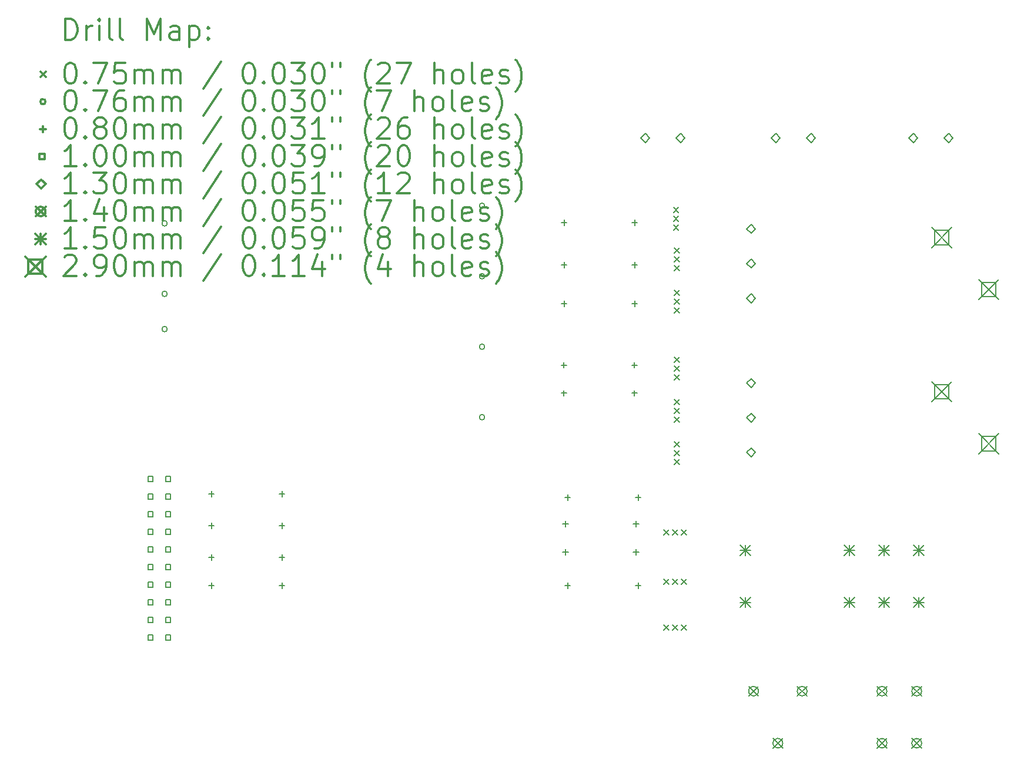
<source format=gbr>
%FSLAX45Y45*%
G04 Gerber Fmt 4.5, Leading zero omitted, Abs format (unit mm)*
G04 Created by KiCad (PCBNEW (5.1.6)-1) date 2021-11-08 17:04:52*
%MOMM*%
%LPD*%
G01*
G04 APERTURE LIST*
%ADD10C,0.200000*%
%ADD11C,0.300000*%
G04 APERTURE END LIST*
D10*
X8903300Y-8903300D02*
X8978300Y-8978300D01*
X8978300Y-8903300D02*
X8903300Y-8978300D01*
X9030300Y-8903300D02*
X9105300Y-8978300D01*
X9105300Y-8903300D02*
X9030300Y-8978300D01*
X9157300Y-8903300D02*
X9232300Y-8978300D01*
X9232300Y-8903300D02*
X9157300Y-8978300D01*
X8903300Y-8242900D02*
X8978300Y-8317900D01*
X8978300Y-8242900D02*
X8903300Y-8317900D01*
X9030300Y-8242900D02*
X9105300Y-8317900D01*
X9105300Y-8242900D02*
X9030300Y-8317900D01*
X9157300Y-8242900D02*
X9232300Y-8317900D01*
X9232300Y-8242900D02*
X9157300Y-8317900D01*
X8903300Y-7531700D02*
X8978300Y-7606700D01*
X8978300Y-7531700D02*
X8903300Y-7606700D01*
X9030300Y-7531700D02*
X9105300Y-7606700D01*
X9105300Y-7531700D02*
X9030300Y-7606700D01*
X9157300Y-7531700D02*
X9232300Y-7606700D01*
X9232300Y-7531700D02*
X9157300Y-7606700D01*
X9055700Y-6261700D02*
X9130700Y-6336700D01*
X9130700Y-6261700D02*
X9055700Y-6336700D01*
X9055700Y-6388700D02*
X9130700Y-6463700D01*
X9130700Y-6388700D02*
X9055700Y-6463700D01*
X9055700Y-6515700D02*
X9130700Y-6590700D01*
X9130700Y-6515700D02*
X9055700Y-6590700D01*
X9043000Y-2883500D02*
X9118000Y-2958500D01*
X9118000Y-2883500D02*
X9043000Y-2958500D01*
X9043000Y-3010500D02*
X9118000Y-3085500D01*
X9118000Y-3010500D02*
X9043000Y-3085500D01*
X9043000Y-3137500D02*
X9118000Y-3212500D01*
X9118000Y-3137500D02*
X9043000Y-3212500D01*
X9055700Y-5042500D02*
X9130700Y-5117500D01*
X9130700Y-5042500D02*
X9055700Y-5117500D01*
X9055700Y-5169500D02*
X9130700Y-5244500D01*
X9130700Y-5169500D02*
X9055700Y-5244500D01*
X9055700Y-5296500D02*
X9130700Y-5371500D01*
X9130700Y-5296500D02*
X9055700Y-5371500D01*
X9055700Y-4077300D02*
X9130700Y-4152300D01*
X9130700Y-4077300D02*
X9055700Y-4152300D01*
X9055700Y-4204300D02*
X9130700Y-4279300D01*
X9130700Y-4204300D02*
X9055700Y-4279300D01*
X9055700Y-4331300D02*
X9130700Y-4406300D01*
X9130700Y-4331300D02*
X9055700Y-4406300D01*
X9055700Y-3467700D02*
X9130700Y-3542700D01*
X9130700Y-3467700D02*
X9055700Y-3542700D01*
X9055700Y-3594700D02*
X9130700Y-3669700D01*
X9130700Y-3594700D02*
X9055700Y-3669700D01*
X9055700Y-3721700D02*
X9130700Y-3796700D01*
X9130700Y-3721700D02*
X9055700Y-3796700D01*
X9055700Y-5652100D02*
X9130700Y-5727100D01*
X9130700Y-5652100D02*
X9055700Y-5727100D01*
X9055700Y-5779100D02*
X9130700Y-5854100D01*
X9130700Y-5779100D02*
X9055700Y-5854100D01*
X9055700Y-5906100D02*
X9130700Y-5981100D01*
X9130700Y-5906100D02*
X9055700Y-5981100D01*
X1752600Y-3111500D02*
G75*
G03*
X1752600Y-3111500I-38100J0D01*
G01*
X1752600Y-4127500D02*
G75*
G03*
X1752600Y-4127500I-38100J0D01*
G01*
X1752600Y-4635500D02*
G75*
G03*
X1752600Y-4635500I-38100J0D01*
G01*
X6324600Y-2857500D02*
G75*
G03*
X6324600Y-2857500I-38100J0D01*
G01*
X6324600Y-3873500D02*
G75*
G03*
X6324600Y-3873500I-38100J0D01*
G01*
X6324600Y-4889500D02*
G75*
G03*
X6324600Y-4889500I-38100J0D01*
G01*
X6324600Y-5905500D02*
G75*
G03*
X6324600Y-5905500I-38100J0D01*
G01*
X2387600Y-7427600D02*
X2387600Y-7507600D01*
X2347600Y-7467600D02*
X2427600Y-7467600D01*
X3403600Y-7427600D02*
X3403600Y-7507600D01*
X3363600Y-7467600D02*
X3443600Y-7467600D01*
X7518400Y-7021200D02*
X7518400Y-7101200D01*
X7478400Y-7061200D02*
X7558400Y-7061200D01*
X8534400Y-7021200D02*
X8534400Y-7101200D01*
X8494400Y-7061200D02*
X8574400Y-7061200D01*
X7467600Y-4227200D02*
X7467600Y-4307200D01*
X7427600Y-4267200D02*
X7507600Y-4267200D01*
X8483600Y-4227200D02*
X8483600Y-4307200D01*
X8443600Y-4267200D02*
X8523600Y-4267200D01*
X7489000Y-7404800D02*
X7489000Y-7484800D01*
X7449000Y-7444800D02*
X7529000Y-7444800D01*
X8505000Y-7404800D02*
X8505000Y-7484800D01*
X8465000Y-7444800D02*
X8545000Y-7444800D01*
X7467600Y-3058800D02*
X7467600Y-3138800D01*
X7427600Y-3098800D02*
X7507600Y-3098800D01*
X8483600Y-3058800D02*
X8483600Y-3138800D01*
X8443600Y-3098800D02*
X8523600Y-3098800D01*
X2387600Y-6970400D02*
X2387600Y-7050400D01*
X2347600Y-7010400D02*
X2427600Y-7010400D01*
X3403600Y-6970400D02*
X3403600Y-7050400D01*
X3363600Y-7010400D02*
X3443600Y-7010400D01*
X7518400Y-8291200D02*
X7518400Y-8371200D01*
X7478400Y-8331200D02*
X7558400Y-8331200D01*
X8534400Y-8291200D02*
X8534400Y-8371200D01*
X8494400Y-8331200D02*
X8574400Y-8331200D01*
X2387600Y-7884800D02*
X2387600Y-7964800D01*
X2347600Y-7924800D02*
X2427600Y-7924800D01*
X3403600Y-7884800D02*
X3403600Y-7964800D01*
X3363600Y-7924800D02*
X3443600Y-7924800D01*
X2387600Y-8291200D02*
X2387600Y-8371200D01*
X2347600Y-8331200D02*
X2427600Y-8331200D01*
X3403600Y-8291200D02*
X3403600Y-8371200D01*
X3363600Y-8331200D02*
X3443600Y-8331200D01*
X7467600Y-3668400D02*
X7467600Y-3748400D01*
X7427600Y-3708400D02*
X7507600Y-3708400D01*
X8483600Y-3668400D02*
X8483600Y-3748400D01*
X8443600Y-3708400D02*
X8523600Y-3708400D01*
X7489000Y-7809800D02*
X7489000Y-7889800D01*
X7449000Y-7849800D02*
X7529000Y-7849800D01*
X8505000Y-7809800D02*
X8505000Y-7889800D01*
X8465000Y-7849800D02*
X8545000Y-7849800D01*
X7467400Y-5114400D02*
X7467400Y-5194400D01*
X7427400Y-5154400D02*
X7507400Y-5154400D01*
X8483400Y-5114400D02*
X8483400Y-5194400D01*
X8443400Y-5154400D02*
X8523400Y-5154400D01*
X7467400Y-5519400D02*
X7467400Y-5599400D01*
X7427400Y-5559400D02*
X7507400Y-5559400D01*
X8483400Y-5519400D02*
X8483400Y-5599400D01*
X8443400Y-5559400D02*
X8523400Y-5559400D01*
X1546656Y-6829856D02*
X1546656Y-6759144D01*
X1475944Y-6759144D01*
X1475944Y-6829856D01*
X1546656Y-6829856D01*
X1546656Y-7083856D02*
X1546656Y-7013144D01*
X1475944Y-7013144D01*
X1475944Y-7083856D01*
X1546656Y-7083856D01*
X1546656Y-7337856D02*
X1546656Y-7267144D01*
X1475944Y-7267144D01*
X1475944Y-7337856D01*
X1546656Y-7337856D01*
X1546656Y-7591856D02*
X1546656Y-7521144D01*
X1475944Y-7521144D01*
X1475944Y-7591856D01*
X1546656Y-7591856D01*
X1546656Y-7845856D02*
X1546656Y-7775144D01*
X1475944Y-7775144D01*
X1475944Y-7845856D01*
X1546656Y-7845856D01*
X1546656Y-8099856D02*
X1546656Y-8029144D01*
X1475944Y-8029144D01*
X1475944Y-8099856D01*
X1546656Y-8099856D01*
X1546656Y-8353856D02*
X1546656Y-8283144D01*
X1475944Y-8283144D01*
X1475944Y-8353856D01*
X1546656Y-8353856D01*
X1546656Y-8607856D02*
X1546656Y-8537144D01*
X1475944Y-8537144D01*
X1475944Y-8607856D01*
X1546656Y-8607856D01*
X1546656Y-8861856D02*
X1546656Y-8791144D01*
X1475944Y-8791144D01*
X1475944Y-8861856D01*
X1546656Y-8861856D01*
X1546656Y-9115856D02*
X1546656Y-9045144D01*
X1475944Y-9045144D01*
X1475944Y-9115856D01*
X1546656Y-9115856D01*
X1800656Y-6829856D02*
X1800656Y-6759144D01*
X1729944Y-6759144D01*
X1729944Y-6829856D01*
X1800656Y-6829856D01*
X1800656Y-7083856D02*
X1800656Y-7013144D01*
X1729944Y-7013144D01*
X1729944Y-7083856D01*
X1800656Y-7083856D01*
X1800656Y-7337856D02*
X1800656Y-7267144D01*
X1729944Y-7267144D01*
X1729944Y-7337856D01*
X1800656Y-7337856D01*
X1800656Y-7591856D02*
X1800656Y-7521144D01*
X1729944Y-7521144D01*
X1729944Y-7591856D01*
X1800656Y-7591856D01*
X1800656Y-7845856D02*
X1800656Y-7775144D01*
X1729944Y-7775144D01*
X1729944Y-7845856D01*
X1800656Y-7845856D01*
X1800656Y-8099856D02*
X1800656Y-8029144D01*
X1729944Y-8029144D01*
X1729944Y-8099856D01*
X1800656Y-8099856D01*
X1800656Y-8353856D02*
X1800656Y-8283144D01*
X1729944Y-8283144D01*
X1729944Y-8353856D01*
X1800656Y-8353856D01*
X1800656Y-8607856D02*
X1800656Y-8537144D01*
X1729944Y-8537144D01*
X1729944Y-8607856D01*
X1800656Y-8607856D01*
X1800656Y-8861856D02*
X1800656Y-8791144D01*
X1729944Y-8791144D01*
X1729944Y-8861856D01*
X1800656Y-8861856D01*
X1800656Y-9115856D02*
X1800656Y-9045144D01*
X1729944Y-9045144D01*
X1729944Y-9115856D01*
X1800656Y-9115856D01*
X10515600Y-1944600D02*
X10580600Y-1879600D01*
X10515600Y-1814600D01*
X10450600Y-1879600D01*
X10515600Y-1944600D01*
X11023600Y-1944600D02*
X11088600Y-1879600D01*
X11023600Y-1814600D01*
X10958600Y-1879600D01*
X11023600Y-1944600D01*
X8636000Y-1944600D02*
X8701000Y-1879600D01*
X8636000Y-1814600D01*
X8571000Y-1879600D01*
X8636000Y-1944600D01*
X9144000Y-1944600D02*
X9209000Y-1879600D01*
X9144000Y-1814600D01*
X9079000Y-1879600D01*
X9144000Y-1944600D01*
X10160000Y-5478500D02*
X10225000Y-5413500D01*
X10160000Y-5348500D01*
X10095000Y-5413500D01*
X10160000Y-5478500D01*
X10160000Y-5978500D02*
X10225000Y-5913500D01*
X10160000Y-5848500D01*
X10095000Y-5913500D01*
X10160000Y-5978500D01*
X10160000Y-6478500D02*
X10225000Y-6413500D01*
X10160000Y-6348500D01*
X10095000Y-6413500D01*
X10160000Y-6478500D01*
X10160000Y-3256000D02*
X10225000Y-3191000D01*
X10160000Y-3126000D01*
X10095000Y-3191000D01*
X10160000Y-3256000D01*
X10160000Y-3756000D02*
X10225000Y-3691000D01*
X10160000Y-3626000D01*
X10095000Y-3691000D01*
X10160000Y-3756000D01*
X10160000Y-4256000D02*
X10225000Y-4191000D01*
X10160000Y-4126000D01*
X10095000Y-4191000D01*
X10160000Y-4256000D01*
X12496800Y-1944600D02*
X12561800Y-1879600D01*
X12496800Y-1814600D01*
X12431800Y-1879600D01*
X12496800Y-1944600D01*
X13004800Y-1944600D02*
X13069800Y-1879600D01*
X13004800Y-1814600D01*
X12939800Y-1879600D01*
X13004800Y-1944600D01*
X10127600Y-9785200D02*
X10267600Y-9925200D01*
X10267600Y-9785200D02*
X10127600Y-9925200D01*
X10267600Y-9855200D02*
G75*
G03*
X10267600Y-9855200I-70000J0D01*
G01*
X10477600Y-10535200D02*
X10617600Y-10675200D01*
X10617600Y-10535200D02*
X10477600Y-10675200D01*
X10617600Y-10605200D02*
G75*
G03*
X10617600Y-10605200I-70000J0D01*
G01*
X10827600Y-9785200D02*
X10967600Y-9925200D01*
X10967600Y-9785200D02*
X10827600Y-9925200D01*
X10967600Y-9855200D02*
G75*
G03*
X10967600Y-9855200I-70000J0D01*
G01*
X11977600Y-9785200D02*
X12117600Y-9925200D01*
X12117600Y-9785200D02*
X11977600Y-9925200D01*
X12117600Y-9855200D02*
G75*
G03*
X12117600Y-9855200I-70000J0D01*
G01*
X11977600Y-10535200D02*
X12117600Y-10675200D01*
X12117600Y-10535200D02*
X11977600Y-10675200D01*
X12117600Y-10605200D02*
G75*
G03*
X12117600Y-10605200I-70000J0D01*
G01*
X12477600Y-9785200D02*
X12617600Y-9925200D01*
X12617600Y-9785200D02*
X12477600Y-9925200D01*
X12617600Y-9855200D02*
G75*
G03*
X12617600Y-9855200I-70000J0D01*
G01*
X12477600Y-10535200D02*
X12617600Y-10675200D01*
X12617600Y-10535200D02*
X12477600Y-10675200D01*
X12617600Y-10605200D02*
G75*
G03*
X12617600Y-10605200I-70000J0D01*
G01*
X10003400Y-7749600D02*
X10153400Y-7899600D01*
X10153400Y-7749600D02*
X10003400Y-7899600D01*
X10078400Y-7749600D02*
X10078400Y-7899600D01*
X10003400Y-7824600D02*
X10153400Y-7824600D01*
X10003400Y-8499600D02*
X10153400Y-8649600D01*
X10153400Y-8499600D02*
X10003400Y-8649600D01*
X10078400Y-8499600D02*
X10078400Y-8649600D01*
X10003400Y-8574600D02*
X10153400Y-8574600D01*
X11503400Y-7749600D02*
X11653400Y-7899600D01*
X11653400Y-7749600D02*
X11503400Y-7899600D01*
X11578400Y-7749600D02*
X11578400Y-7899600D01*
X11503400Y-7824600D02*
X11653400Y-7824600D01*
X11503400Y-8499600D02*
X11653400Y-8649600D01*
X11653400Y-8499600D02*
X11503400Y-8649600D01*
X11578400Y-8499600D02*
X11578400Y-8649600D01*
X11503400Y-8574600D02*
X11653400Y-8574600D01*
X12003400Y-7749600D02*
X12153400Y-7899600D01*
X12153400Y-7749600D02*
X12003400Y-7899600D01*
X12078400Y-7749600D02*
X12078400Y-7899600D01*
X12003400Y-7824600D02*
X12153400Y-7824600D01*
X12003400Y-8499600D02*
X12153400Y-8649600D01*
X12153400Y-8499600D02*
X12003400Y-8649600D01*
X12078400Y-8499600D02*
X12078400Y-8649600D01*
X12003400Y-8574600D02*
X12153400Y-8574600D01*
X12503400Y-7749600D02*
X12653400Y-7899600D01*
X12653400Y-7749600D02*
X12503400Y-7899600D01*
X12578400Y-7749600D02*
X12578400Y-7899600D01*
X12503400Y-7824600D02*
X12653400Y-7824600D01*
X12503400Y-8499600D02*
X12653400Y-8649600D01*
X12653400Y-8499600D02*
X12503400Y-8649600D01*
X12578400Y-8499600D02*
X12578400Y-8649600D01*
X12503400Y-8574600D02*
X12653400Y-8574600D01*
X12765000Y-5393500D02*
X13055000Y-5683500D01*
X13055000Y-5393500D02*
X12765000Y-5683500D01*
X13012531Y-5641031D02*
X13012531Y-5435969D01*
X12807468Y-5435969D01*
X12807468Y-5641031D01*
X13012531Y-5641031D01*
X13440000Y-6143500D02*
X13730000Y-6433500D01*
X13730000Y-6143500D02*
X13440000Y-6433500D01*
X13687531Y-6391031D02*
X13687531Y-6185968D01*
X13482468Y-6185968D01*
X13482468Y-6391031D01*
X13687531Y-6391031D01*
X12765000Y-3171000D02*
X13055000Y-3461000D01*
X13055000Y-3171000D02*
X12765000Y-3461000D01*
X13012531Y-3418531D02*
X13012531Y-3213468D01*
X12807468Y-3213468D01*
X12807468Y-3418531D01*
X13012531Y-3418531D01*
X13440000Y-3921000D02*
X13730000Y-4211000D01*
X13730000Y-3921000D02*
X13440000Y-4211000D01*
X13687531Y-4168531D02*
X13687531Y-3963468D01*
X13482468Y-3963468D01*
X13482468Y-4168531D01*
X13687531Y-4168531D01*
D11*
X286429Y-465714D02*
X286429Y-165714D01*
X357857Y-165714D01*
X400714Y-180000D01*
X429286Y-208571D01*
X443571Y-237143D01*
X457857Y-294286D01*
X457857Y-337143D01*
X443571Y-394286D01*
X429286Y-422857D01*
X400714Y-451428D01*
X357857Y-465714D01*
X286429Y-465714D01*
X586429Y-465714D02*
X586429Y-265714D01*
X586429Y-322857D02*
X600714Y-294286D01*
X615000Y-280000D01*
X643571Y-265714D01*
X672143Y-265714D01*
X772143Y-465714D02*
X772143Y-265714D01*
X772143Y-165714D02*
X757857Y-180000D01*
X772143Y-194286D01*
X786428Y-180000D01*
X772143Y-165714D01*
X772143Y-194286D01*
X957857Y-465714D02*
X929286Y-451428D01*
X915000Y-422857D01*
X915000Y-165714D01*
X1115000Y-465714D02*
X1086429Y-451428D01*
X1072143Y-422857D01*
X1072143Y-165714D01*
X1457857Y-465714D02*
X1457857Y-165714D01*
X1557857Y-380000D01*
X1657857Y-165714D01*
X1657857Y-465714D01*
X1929286Y-465714D02*
X1929286Y-308571D01*
X1915000Y-280000D01*
X1886428Y-265714D01*
X1829286Y-265714D01*
X1800714Y-280000D01*
X1929286Y-451428D02*
X1900714Y-465714D01*
X1829286Y-465714D01*
X1800714Y-451428D01*
X1786428Y-422857D01*
X1786428Y-394286D01*
X1800714Y-365714D01*
X1829286Y-351428D01*
X1900714Y-351428D01*
X1929286Y-337143D01*
X2072143Y-265714D02*
X2072143Y-565714D01*
X2072143Y-280000D02*
X2100714Y-265714D01*
X2157857Y-265714D01*
X2186429Y-280000D01*
X2200714Y-294286D01*
X2215000Y-322857D01*
X2215000Y-408571D01*
X2200714Y-437143D01*
X2186429Y-451428D01*
X2157857Y-465714D01*
X2100714Y-465714D01*
X2072143Y-451428D01*
X2343571Y-437143D02*
X2357857Y-451428D01*
X2343571Y-465714D01*
X2329286Y-451428D01*
X2343571Y-437143D01*
X2343571Y-465714D01*
X2343571Y-280000D02*
X2357857Y-294286D01*
X2343571Y-308571D01*
X2329286Y-294286D01*
X2343571Y-280000D01*
X2343571Y-308571D01*
X-75000Y-922500D02*
X0Y-997500D01*
X0Y-922500D02*
X-75000Y-997500D01*
X343571Y-795714D02*
X372143Y-795714D01*
X400714Y-810000D01*
X415000Y-824286D01*
X429286Y-852857D01*
X443571Y-910000D01*
X443571Y-981428D01*
X429286Y-1038571D01*
X415000Y-1067143D01*
X400714Y-1081429D01*
X372143Y-1095714D01*
X343571Y-1095714D01*
X315000Y-1081429D01*
X300714Y-1067143D01*
X286429Y-1038571D01*
X272143Y-981428D01*
X272143Y-910000D01*
X286429Y-852857D01*
X300714Y-824286D01*
X315000Y-810000D01*
X343571Y-795714D01*
X572143Y-1067143D02*
X586429Y-1081429D01*
X572143Y-1095714D01*
X557857Y-1081429D01*
X572143Y-1067143D01*
X572143Y-1095714D01*
X686429Y-795714D02*
X886428Y-795714D01*
X757857Y-1095714D01*
X1143571Y-795714D02*
X1000714Y-795714D01*
X986428Y-938571D01*
X1000714Y-924286D01*
X1029286Y-910000D01*
X1100714Y-910000D01*
X1129286Y-924286D01*
X1143571Y-938571D01*
X1157857Y-967143D01*
X1157857Y-1038571D01*
X1143571Y-1067143D01*
X1129286Y-1081429D01*
X1100714Y-1095714D01*
X1029286Y-1095714D01*
X1000714Y-1081429D01*
X986428Y-1067143D01*
X1286429Y-1095714D02*
X1286429Y-895714D01*
X1286429Y-924286D02*
X1300714Y-910000D01*
X1329286Y-895714D01*
X1372143Y-895714D01*
X1400714Y-910000D01*
X1415000Y-938571D01*
X1415000Y-1095714D01*
X1415000Y-938571D02*
X1429286Y-910000D01*
X1457857Y-895714D01*
X1500714Y-895714D01*
X1529286Y-910000D01*
X1543571Y-938571D01*
X1543571Y-1095714D01*
X1686428Y-1095714D02*
X1686428Y-895714D01*
X1686428Y-924286D02*
X1700714Y-910000D01*
X1729286Y-895714D01*
X1772143Y-895714D01*
X1800714Y-910000D01*
X1815000Y-938571D01*
X1815000Y-1095714D01*
X1815000Y-938571D02*
X1829286Y-910000D01*
X1857857Y-895714D01*
X1900714Y-895714D01*
X1929286Y-910000D01*
X1943571Y-938571D01*
X1943571Y-1095714D01*
X2529286Y-781428D02*
X2272143Y-1167143D01*
X2915000Y-795714D02*
X2943571Y-795714D01*
X2972143Y-810000D01*
X2986428Y-824286D01*
X3000714Y-852857D01*
X3015000Y-910000D01*
X3015000Y-981428D01*
X3000714Y-1038571D01*
X2986428Y-1067143D01*
X2972143Y-1081429D01*
X2943571Y-1095714D01*
X2915000Y-1095714D01*
X2886428Y-1081429D01*
X2872143Y-1067143D01*
X2857857Y-1038571D01*
X2843571Y-981428D01*
X2843571Y-910000D01*
X2857857Y-852857D01*
X2872143Y-824286D01*
X2886428Y-810000D01*
X2915000Y-795714D01*
X3143571Y-1067143D02*
X3157857Y-1081429D01*
X3143571Y-1095714D01*
X3129286Y-1081429D01*
X3143571Y-1067143D01*
X3143571Y-1095714D01*
X3343571Y-795714D02*
X3372143Y-795714D01*
X3400714Y-810000D01*
X3415000Y-824286D01*
X3429286Y-852857D01*
X3443571Y-910000D01*
X3443571Y-981428D01*
X3429286Y-1038571D01*
X3415000Y-1067143D01*
X3400714Y-1081429D01*
X3372143Y-1095714D01*
X3343571Y-1095714D01*
X3315000Y-1081429D01*
X3300714Y-1067143D01*
X3286428Y-1038571D01*
X3272143Y-981428D01*
X3272143Y-910000D01*
X3286428Y-852857D01*
X3300714Y-824286D01*
X3315000Y-810000D01*
X3343571Y-795714D01*
X3543571Y-795714D02*
X3729286Y-795714D01*
X3629286Y-910000D01*
X3672143Y-910000D01*
X3700714Y-924286D01*
X3715000Y-938571D01*
X3729286Y-967143D01*
X3729286Y-1038571D01*
X3715000Y-1067143D01*
X3700714Y-1081429D01*
X3672143Y-1095714D01*
X3586428Y-1095714D01*
X3557857Y-1081429D01*
X3543571Y-1067143D01*
X3915000Y-795714D02*
X3943571Y-795714D01*
X3972143Y-810000D01*
X3986428Y-824286D01*
X4000714Y-852857D01*
X4015000Y-910000D01*
X4015000Y-981428D01*
X4000714Y-1038571D01*
X3986428Y-1067143D01*
X3972143Y-1081429D01*
X3943571Y-1095714D01*
X3915000Y-1095714D01*
X3886428Y-1081429D01*
X3872143Y-1067143D01*
X3857857Y-1038571D01*
X3843571Y-981428D01*
X3843571Y-910000D01*
X3857857Y-852857D01*
X3872143Y-824286D01*
X3886428Y-810000D01*
X3915000Y-795714D01*
X4129286Y-795714D02*
X4129286Y-852857D01*
X4243571Y-795714D02*
X4243571Y-852857D01*
X4686429Y-1210000D02*
X4672143Y-1195714D01*
X4643571Y-1152857D01*
X4629286Y-1124286D01*
X4615000Y-1081429D01*
X4600714Y-1010000D01*
X4600714Y-952857D01*
X4615000Y-881428D01*
X4629286Y-838571D01*
X4643571Y-810000D01*
X4672143Y-767143D01*
X4686429Y-752857D01*
X4786429Y-824286D02*
X4800714Y-810000D01*
X4829286Y-795714D01*
X4900714Y-795714D01*
X4929286Y-810000D01*
X4943571Y-824286D01*
X4957857Y-852857D01*
X4957857Y-881428D01*
X4943571Y-924286D01*
X4772143Y-1095714D01*
X4957857Y-1095714D01*
X5057857Y-795714D02*
X5257857Y-795714D01*
X5129286Y-1095714D01*
X5600714Y-1095714D02*
X5600714Y-795714D01*
X5729286Y-1095714D02*
X5729286Y-938571D01*
X5715000Y-910000D01*
X5686428Y-895714D01*
X5643571Y-895714D01*
X5615000Y-910000D01*
X5600714Y-924286D01*
X5915000Y-1095714D02*
X5886428Y-1081429D01*
X5872143Y-1067143D01*
X5857857Y-1038571D01*
X5857857Y-952857D01*
X5872143Y-924286D01*
X5886428Y-910000D01*
X5915000Y-895714D01*
X5957857Y-895714D01*
X5986428Y-910000D01*
X6000714Y-924286D01*
X6015000Y-952857D01*
X6015000Y-1038571D01*
X6000714Y-1067143D01*
X5986428Y-1081429D01*
X5957857Y-1095714D01*
X5915000Y-1095714D01*
X6186428Y-1095714D02*
X6157857Y-1081429D01*
X6143571Y-1052857D01*
X6143571Y-795714D01*
X6415000Y-1081429D02*
X6386428Y-1095714D01*
X6329286Y-1095714D01*
X6300714Y-1081429D01*
X6286428Y-1052857D01*
X6286428Y-938571D01*
X6300714Y-910000D01*
X6329286Y-895714D01*
X6386428Y-895714D01*
X6415000Y-910000D01*
X6429286Y-938571D01*
X6429286Y-967143D01*
X6286428Y-995714D01*
X6543571Y-1081429D02*
X6572143Y-1095714D01*
X6629286Y-1095714D01*
X6657857Y-1081429D01*
X6672143Y-1052857D01*
X6672143Y-1038571D01*
X6657857Y-1010000D01*
X6629286Y-995714D01*
X6586428Y-995714D01*
X6557857Y-981428D01*
X6543571Y-952857D01*
X6543571Y-938571D01*
X6557857Y-910000D01*
X6586428Y-895714D01*
X6629286Y-895714D01*
X6657857Y-910000D01*
X6772143Y-1210000D02*
X6786428Y-1195714D01*
X6815000Y-1152857D01*
X6829286Y-1124286D01*
X6843571Y-1081429D01*
X6857857Y-1010000D01*
X6857857Y-952857D01*
X6843571Y-881428D01*
X6829286Y-838571D01*
X6815000Y-810000D01*
X6786428Y-767143D01*
X6772143Y-752857D01*
X0Y-1356000D02*
G75*
G03*
X0Y-1356000I-38100J0D01*
G01*
X343571Y-1191714D02*
X372143Y-1191714D01*
X400714Y-1206000D01*
X415000Y-1220286D01*
X429286Y-1248857D01*
X443571Y-1306000D01*
X443571Y-1377429D01*
X429286Y-1434571D01*
X415000Y-1463143D01*
X400714Y-1477428D01*
X372143Y-1491714D01*
X343571Y-1491714D01*
X315000Y-1477428D01*
X300714Y-1463143D01*
X286429Y-1434571D01*
X272143Y-1377429D01*
X272143Y-1306000D01*
X286429Y-1248857D01*
X300714Y-1220286D01*
X315000Y-1206000D01*
X343571Y-1191714D01*
X572143Y-1463143D02*
X586429Y-1477428D01*
X572143Y-1491714D01*
X557857Y-1477428D01*
X572143Y-1463143D01*
X572143Y-1491714D01*
X686429Y-1191714D02*
X886428Y-1191714D01*
X757857Y-1491714D01*
X1129286Y-1191714D02*
X1072143Y-1191714D01*
X1043571Y-1206000D01*
X1029286Y-1220286D01*
X1000714Y-1263143D01*
X986428Y-1320286D01*
X986428Y-1434571D01*
X1000714Y-1463143D01*
X1015000Y-1477428D01*
X1043571Y-1491714D01*
X1100714Y-1491714D01*
X1129286Y-1477428D01*
X1143571Y-1463143D01*
X1157857Y-1434571D01*
X1157857Y-1363143D01*
X1143571Y-1334571D01*
X1129286Y-1320286D01*
X1100714Y-1306000D01*
X1043571Y-1306000D01*
X1015000Y-1320286D01*
X1000714Y-1334571D01*
X986428Y-1363143D01*
X1286429Y-1491714D02*
X1286429Y-1291714D01*
X1286429Y-1320286D02*
X1300714Y-1306000D01*
X1329286Y-1291714D01*
X1372143Y-1291714D01*
X1400714Y-1306000D01*
X1415000Y-1334571D01*
X1415000Y-1491714D01*
X1415000Y-1334571D02*
X1429286Y-1306000D01*
X1457857Y-1291714D01*
X1500714Y-1291714D01*
X1529286Y-1306000D01*
X1543571Y-1334571D01*
X1543571Y-1491714D01*
X1686428Y-1491714D02*
X1686428Y-1291714D01*
X1686428Y-1320286D02*
X1700714Y-1306000D01*
X1729286Y-1291714D01*
X1772143Y-1291714D01*
X1800714Y-1306000D01*
X1815000Y-1334571D01*
X1815000Y-1491714D01*
X1815000Y-1334571D02*
X1829286Y-1306000D01*
X1857857Y-1291714D01*
X1900714Y-1291714D01*
X1929286Y-1306000D01*
X1943571Y-1334571D01*
X1943571Y-1491714D01*
X2529286Y-1177429D02*
X2272143Y-1563143D01*
X2915000Y-1191714D02*
X2943571Y-1191714D01*
X2972143Y-1206000D01*
X2986428Y-1220286D01*
X3000714Y-1248857D01*
X3015000Y-1306000D01*
X3015000Y-1377429D01*
X3000714Y-1434571D01*
X2986428Y-1463143D01*
X2972143Y-1477428D01*
X2943571Y-1491714D01*
X2915000Y-1491714D01*
X2886428Y-1477428D01*
X2872143Y-1463143D01*
X2857857Y-1434571D01*
X2843571Y-1377429D01*
X2843571Y-1306000D01*
X2857857Y-1248857D01*
X2872143Y-1220286D01*
X2886428Y-1206000D01*
X2915000Y-1191714D01*
X3143571Y-1463143D02*
X3157857Y-1477428D01*
X3143571Y-1491714D01*
X3129286Y-1477428D01*
X3143571Y-1463143D01*
X3143571Y-1491714D01*
X3343571Y-1191714D02*
X3372143Y-1191714D01*
X3400714Y-1206000D01*
X3415000Y-1220286D01*
X3429286Y-1248857D01*
X3443571Y-1306000D01*
X3443571Y-1377429D01*
X3429286Y-1434571D01*
X3415000Y-1463143D01*
X3400714Y-1477428D01*
X3372143Y-1491714D01*
X3343571Y-1491714D01*
X3315000Y-1477428D01*
X3300714Y-1463143D01*
X3286428Y-1434571D01*
X3272143Y-1377429D01*
X3272143Y-1306000D01*
X3286428Y-1248857D01*
X3300714Y-1220286D01*
X3315000Y-1206000D01*
X3343571Y-1191714D01*
X3543571Y-1191714D02*
X3729286Y-1191714D01*
X3629286Y-1306000D01*
X3672143Y-1306000D01*
X3700714Y-1320286D01*
X3715000Y-1334571D01*
X3729286Y-1363143D01*
X3729286Y-1434571D01*
X3715000Y-1463143D01*
X3700714Y-1477428D01*
X3672143Y-1491714D01*
X3586428Y-1491714D01*
X3557857Y-1477428D01*
X3543571Y-1463143D01*
X3915000Y-1191714D02*
X3943571Y-1191714D01*
X3972143Y-1206000D01*
X3986428Y-1220286D01*
X4000714Y-1248857D01*
X4015000Y-1306000D01*
X4015000Y-1377429D01*
X4000714Y-1434571D01*
X3986428Y-1463143D01*
X3972143Y-1477428D01*
X3943571Y-1491714D01*
X3915000Y-1491714D01*
X3886428Y-1477428D01*
X3872143Y-1463143D01*
X3857857Y-1434571D01*
X3843571Y-1377429D01*
X3843571Y-1306000D01*
X3857857Y-1248857D01*
X3872143Y-1220286D01*
X3886428Y-1206000D01*
X3915000Y-1191714D01*
X4129286Y-1191714D02*
X4129286Y-1248857D01*
X4243571Y-1191714D02*
X4243571Y-1248857D01*
X4686429Y-1606000D02*
X4672143Y-1591714D01*
X4643571Y-1548857D01*
X4629286Y-1520286D01*
X4615000Y-1477428D01*
X4600714Y-1406000D01*
X4600714Y-1348857D01*
X4615000Y-1277429D01*
X4629286Y-1234571D01*
X4643571Y-1206000D01*
X4672143Y-1163143D01*
X4686429Y-1148857D01*
X4772143Y-1191714D02*
X4972143Y-1191714D01*
X4843571Y-1491714D01*
X5315000Y-1491714D02*
X5315000Y-1191714D01*
X5443571Y-1491714D02*
X5443571Y-1334571D01*
X5429286Y-1306000D01*
X5400714Y-1291714D01*
X5357857Y-1291714D01*
X5329286Y-1306000D01*
X5315000Y-1320286D01*
X5629286Y-1491714D02*
X5600714Y-1477428D01*
X5586429Y-1463143D01*
X5572143Y-1434571D01*
X5572143Y-1348857D01*
X5586429Y-1320286D01*
X5600714Y-1306000D01*
X5629286Y-1291714D01*
X5672143Y-1291714D01*
X5700714Y-1306000D01*
X5715000Y-1320286D01*
X5729286Y-1348857D01*
X5729286Y-1434571D01*
X5715000Y-1463143D01*
X5700714Y-1477428D01*
X5672143Y-1491714D01*
X5629286Y-1491714D01*
X5900714Y-1491714D02*
X5872143Y-1477428D01*
X5857857Y-1448857D01*
X5857857Y-1191714D01*
X6129286Y-1477428D02*
X6100714Y-1491714D01*
X6043571Y-1491714D01*
X6015000Y-1477428D01*
X6000714Y-1448857D01*
X6000714Y-1334571D01*
X6015000Y-1306000D01*
X6043571Y-1291714D01*
X6100714Y-1291714D01*
X6129286Y-1306000D01*
X6143571Y-1334571D01*
X6143571Y-1363143D01*
X6000714Y-1391714D01*
X6257857Y-1477428D02*
X6286428Y-1491714D01*
X6343571Y-1491714D01*
X6372143Y-1477428D01*
X6386428Y-1448857D01*
X6386428Y-1434571D01*
X6372143Y-1406000D01*
X6343571Y-1391714D01*
X6300714Y-1391714D01*
X6272143Y-1377429D01*
X6257857Y-1348857D01*
X6257857Y-1334571D01*
X6272143Y-1306000D01*
X6300714Y-1291714D01*
X6343571Y-1291714D01*
X6372143Y-1306000D01*
X6486428Y-1606000D02*
X6500714Y-1591714D01*
X6529286Y-1548857D01*
X6543571Y-1520286D01*
X6557857Y-1477428D01*
X6572143Y-1406000D01*
X6572143Y-1348857D01*
X6557857Y-1277429D01*
X6543571Y-1234571D01*
X6529286Y-1206000D01*
X6500714Y-1163143D01*
X6486428Y-1148857D01*
X-40000Y-1712000D02*
X-40000Y-1792000D01*
X-80000Y-1752000D02*
X0Y-1752000D01*
X343571Y-1587714D02*
X372143Y-1587714D01*
X400714Y-1602000D01*
X415000Y-1616286D01*
X429286Y-1644857D01*
X443571Y-1702000D01*
X443571Y-1773428D01*
X429286Y-1830571D01*
X415000Y-1859143D01*
X400714Y-1873428D01*
X372143Y-1887714D01*
X343571Y-1887714D01*
X315000Y-1873428D01*
X300714Y-1859143D01*
X286429Y-1830571D01*
X272143Y-1773428D01*
X272143Y-1702000D01*
X286429Y-1644857D01*
X300714Y-1616286D01*
X315000Y-1602000D01*
X343571Y-1587714D01*
X572143Y-1859143D02*
X586429Y-1873428D01*
X572143Y-1887714D01*
X557857Y-1873428D01*
X572143Y-1859143D01*
X572143Y-1887714D01*
X757857Y-1716286D02*
X729286Y-1702000D01*
X715000Y-1687714D01*
X700714Y-1659143D01*
X700714Y-1644857D01*
X715000Y-1616286D01*
X729286Y-1602000D01*
X757857Y-1587714D01*
X815000Y-1587714D01*
X843571Y-1602000D01*
X857857Y-1616286D01*
X872143Y-1644857D01*
X872143Y-1659143D01*
X857857Y-1687714D01*
X843571Y-1702000D01*
X815000Y-1716286D01*
X757857Y-1716286D01*
X729286Y-1730571D01*
X715000Y-1744857D01*
X700714Y-1773428D01*
X700714Y-1830571D01*
X715000Y-1859143D01*
X729286Y-1873428D01*
X757857Y-1887714D01*
X815000Y-1887714D01*
X843571Y-1873428D01*
X857857Y-1859143D01*
X872143Y-1830571D01*
X872143Y-1773428D01*
X857857Y-1744857D01*
X843571Y-1730571D01*
X815000Y-1716286D01*
X1057857Y-1587714D02*
X1086429Y-1587714D01*
X1115000Y-1602000D01*
X1129286Y-1616286D01*
X1143571Y-1644857D01*
X1157857Y-1702000D01*
X1157857Y-1773428D01*
X1143571Y-1830571D01*
X1129286Y-1859143D01*
X1115000Y-1873428D01*
X1086429Y-1887714D01*
X1057857Y-1887714D01*
X1029286Y-1873428D01*
X1015000Y-1859143D01*
X1000714Y-1830571D01*
X986428Y-1773428D01*
X986428Y-1702000D01*
X1000714Y-1644857D01*
X1015000Y-1616286D01*
X1029286Y-1602000D01*
X1057857Y-1587714D01*
X1286429Y-1887714D02*
X1286429Y-1687714D01*
X1286429Y-1716286D02*
X1300714Y-1702000D01*
X1329286Y-1687714D01*
X1372143Y-1687714D01*
X1400714Y-1702000D01*
X1415000Y-1730571D01*
X1415000Y-1887714D01*
X1415000Y-1730571D02*
X1429286Y-1702000D01*
X1457857Y-1687714D01*
X1500714Y-1687714D01*
X1529286Y-1702000D01*
X1543571Y-1730571D01*
X1543571Y-1887714D01*
X1686428Y-1887714D02*
X1686428Y-1687714D01*
X1686428Y-1716286D02*
X1700714Y-1702000D01*
X1729286Y-1687714D01*
X1772143Y-1687714D01*
X1800714Y-1702000D01*
X1815000Y-1730571D01*
X1815000Y-1887714D01*
X1815000Y-1730571D02*
X1829286Y-1702000D01*
X1857857Y-1687714D01*
X1900714Y-1687714D01*
X1929286Y-1702000D01*
X1943571Y-1730571D01*
X1943571Y-1887714D01*
X2529286Y-1573428D02*
X2272143Y-1959143D01*
X2915000Y-1587714D02*
X2943571Y-1587714D01*
X2972143Y-1602000D01*
X2986428Y-1616286D01*
X3000714Y-1644857D01*
X3015000Y-1702000D01*
X3015000Y-1773428D01*
X3000714Y-1830571D01*
X2986428Y-1859143D01*
X2972143Y-1873428D01*
X2943571Y-1887714D01*
X2915000Y-1887714D01*
X2886428Y-1873428D01*
X2872143Y-1859143D01*
X2857857Y-1830571D01*
X2843571Y-1773428D01*
X2843571Y-1702000D01*
X2857857Y-1644857D01*
X2872143Y-1616286D01*
X2886428Y-1602000D01*
X2915000Y-1587714D01*
X3143571Y-1859143D02*
X3157857Y-1873428D01*
X3143571Y-1887714D01*
X3129286Y-1873428D01*
X3143571Y-1859143D01*
X3143571Y-1887714D01*
X3343571Y-1587714D02*
X3372143Y-1587714D01*
X3400714Y-1602000D01*
X3415000Y-1616286D01*
X3429286Y-1644857D01*
X3443571Y-1702000D01*
X3443571Y-1773428D01*
X3429286Y-1830571D01*
X3415000Y-1859143D01*
X3400714Y-1873428D01*
X3372143Y-1887714D01*
X3343571Y-1887714D01*
X3315000Y-1873428D01*
X3300714Y-1859143D01*
X3286428Y-1830571D01*
X3272143Y-1773428D01*
X3272143Y-1702000D01*
X3286428Y-1644857D01*
X3300714Y-1616286D01*
X3315000Y-1602000D01*
X3343571Y-1587714D01*
X3543571Y-1587714D02*
X3729286Y-1587714D01*
X3629286Y-1702000D01*
X3672143Y-1702000D01*
X3700714Y-1716286D01*
X3715000Y-1730571D01*
X3729286Y-1759143D01*
X3729286Y-1830571D01*
X3715000Y-1859143D01*
X3700714Y-1873428D01*
X3672143Y-1887714D01*
X3586428Y-1887714D01*
X3557857Y-1873428D01*
X3543571Y-1859143D01*
X4015000Y-1887714D02*
X3843571Y-1887714D01*
X3929286Y-1887714D02*
X3929286Y-1587714D01*
X3900714Y-1630571D01*
X3872143Y-1659143D01*
X3843571Y-1673428D01*
X4129286Y-1587714D02*
X4129286Y-1644857D01*
X4243571Y-1587714D02*
X4243571Y-1644857D01*
X4686429Y-2002000D02*
X4672143Y-1987714D01*
X4643571Y-1944857D01*
X4629286Y-1916286D01*
X4615000Y-1873428D01*
X4600714Y-1802000D01*
X4600714Y-1744857D01*
X4615000Y-1673428D01*
X4629286Y-1630571D01*
X4643571Y-1602000D01*
X4672143Y-1559143D01*
X4686429Y-1544857D01*
X4786429Y-1616286D02*
X4800714Y-1602000D01*
X4829286Y-1587714D01*
X4900714Y-1587714D01*
X4929286Y-1602000D01*
X4943571Y-1616286D01*
X4957857Y-1644857D01*
X4957857Y-1673428D01*
X4943571Y-1716286D01*
X4772143Y-1887714D01*
X4957857Y-1887714D01*
X5215000Y-1587714D02*
X5157857Y-1587714D01*
X5129286Y-1602000D01*
X5115000Y-1616286D01*
X5086429Y-1659143D01*
X5072143Y-1716286D01*
X5072143Y-1830571D01*
X5086429Y-1859143D01*
X5100714Y-1873428D01*
X5129286Y-1887714D01*
X5186429Y-1887714D01*
X5215000Y-1873428D01*
X5229286Y-1859143D01*
X5243571Y-1830571D01*
X5243571Y-1759143D01*
X5229286Y-1730571D01*
X5215000Y-1716286D01*
X5186429Y-1702000D01*
X5129286Y-1702000D01*
X5100714Y-1716286D01*
X5086429Y-1730571D01*
X5072143Y-1759143D01*
X5600714Y-1887714D02*
X5600714Y-1587714D01*
X5729286Y-1887714D02*
X5729286Y-1730571D01*
X5715000Y-1702000D01*
X5686428Y-1687714D01*
X5643571Y-1687714D01*
X5615000Y-1702000D01*
X5600714Y-1716286D01*
X5915000Y-1887714D02*
X5886428Y-1873428D01*
X5872143Y-1859143D01*
X5857857Y-1830571D01*
X5857857Y-1744857D01*
X5872143Y-1716286D01*
X5886428Y-1702000D01*
X5915000Y-1687714D01*
X5957857Y-1687714D01*
X5986428Y-1702000D01*
X6000714Y-1716286D01*
X6015000Y-1744857D01*
X6015000Y-1830571D01*
X6000714Y-1859143D01*
X5986428Y-1873428D01*
X5957857Y-1887714D01*
X5915000Y-1887714D01*
X6186428Y-1887714D02*
X6157857Y-1873428D01*
X6143571Y-1844857D01*
X6143571Y-1587714D01*
X6415000Y-1873428D02*
X6386428Y-1887714D01*
X6329286Y-1887714D01*
X6300714Y-1873428D01*
X6286428Y-1844857D01*
X6286428Y-1730571D01*
X6300714Y-1702000D01*
X6329286Y-1687714D01*
X6386428Y-1687714D01*
X6415000Y-1702000D01*
X6429286Y-1730571D01*
X6429286Y-1759143D01*
X6286428Y-1787714D01*
X6543571Y-1873428D02*
X6572143Y-1887714D01*
X6629286Y-1887714D01*
X6657857Y-1873428D01*
X6672143Y-1844857D01*
X6672143Y-1830571D01*
X6657857Y-1802000D01*
X6629286Y-1787714D01*
X6586428Y-1787714D01*
X6557857Y-1773428D01*
X6543571Y-1744857D01*
X6543571Y-1730571D01*
X6557857Y-1702000D01*
X6586428Y-1687714D01*
X6629286Y-1687714D01*
X6657857Y-1702000D01*
X6772143Y-2002000D02*
X6786428Y-1987714D01*
X6815000Y-1944857D01*
X6829286Y-1916286D01*
X6843571Y-1873428D01*
X6857857Y-1802000D01*
X6857857Y-1744857D01*
X6843571Y-1673428D01*
X6829286Y-1630571D01*
X6815000Y-1602000D01*
X6786428Y-1559143D01*
X6772143Y-1544857D01*
X-14644Y-2183356D02*
X-14644Y-2112644D01*
X-85356Y-2112644D01*
X-85356Y-2183356D01*
X-14644Y-2183356D01*
X443571Y-2283714D02*
X272143Y-2283714D01*
X357857Y-2283714D02*
X357857Y-1983714D01*
X329286Y-2026571D01*
X300714Y-2055143D01*
X272143Y-2069428D01*
X572143Y-2255143D02*
X586429Y-2269429D01*
X572143Y-2283714D01*
X557857Y-2269429D01*
X572143Y-2255143D01*
X572143Y-2283714D01*
X772143Y-1983714D02*
X800714Y-1983714D01*
X829286Y-1998000D01*
X843571Y-2012286D01*
X857857Y-2040857D01*
X872143Y-2098000D01*
X872143Y-2169429D01*
X857857Y-2226571D01*
X843571Y-2255143D01*
X829286Y-2269429D01*
X800714Y-2283714D01*
X772143Y-2283714D01*
X743571Y-2269429D01*
X729286Y-2255143D01*
X715000Y-2226571D01*
X700714Y-2169429D01*
X700714Y-2098000D01*
X715000Y-2040857D01*
X729286Y-2012286D01*
X743571Y-1998000D01*
X772143Y-1983714D01*
X1057857Y-1983714D02*
X1086429Y-1983714D01*
X1115000Y-1998000D01*
X1129286Y-2012286D01*
X1143571Y-2040857D01*
X1157857Y-2098000D01*
X1157857Y-2169429D01*
X1143571Y-2226571D01*
X1129286Y-2255143D01*
X1115000Y-2269429D01*
X1086429Y-2283714D01*
X1057857Y-2283714D01*
X1029286Y-2269429D01*
X1015000Y-2255143D01*
X1000714Y-2226571D01*
X986428Y-2169429D01*
X986428Y-2098000D01*
X1000714Y-2040857D01*
X1015000Y-2012286D01*
X1029286Y-1998000D01*
X1057857Y-1983714D01*
X1286429Y-2283714D02*
X1286429Y-2083714D01*
X1286429Y-2112286D02*
X1300714Y-2098000D01*
X1329286Y-2083714D01*
X1372143Y-2083714D01*
X1400714Y-2098000D01*
X1415000Y-2126571D01*
X1415000Y-2283714D01*
X1415000Y-2126571D02*
X1429286Y-2098000D01*
X1457857Y-2083714D01*
X1500714Y-2083714D01*
X1529286Y-2098000D01*
X1543571Y-2126571D01*
X1543571Y-2283714D01*
X1686428Y-2283714D02*
X1686428Y-2083714D01*
X1686428Y-2112286D02*
X1700714Y-2098000D01*
X1729286Y-2083714D01*
X1772143Y-2083714D01*
X1800714Y-2098000D01*
X1815000Y-2126571D01*
X1815000Y-2283714D01*
X1815000Y-2126571D02*
X1829286Y-2098000D01*
X1857857Y-2083714D01*
X1900714Y-2083714D01*
X1929286Y-2098000D01*
X1943571Y-2126571D01*
X1943571Y-2283714D01*
X2529286Y-1969428D02*
X2272143Y-2355143D01*
X2915000Y-1983714D02*
X2943571Y-1983714D01*
X2972143Y-1998000D01*
X2986428Y-2012286D01*
X3000714Y-2040857D01*
X3015000Y-2098000D01*
X3015000Y-2169429D01*
X3000714Y-2226571D01*
X2986428Y-2255143D01*
X2972143Y-2269429D01*
X2943571Y-2283714D01*
X2915000Y-2283714D01*
X2886428Y-2269429D01*
X2872143Y-2255143D01*
X2857857Y-2226571D01*
X2843571Y-2169429D01*
X2843571Y-2098000D01*
X2857857Y-2040857D01*
X2872143Y-2012286D01*
X2886428Y-1998000D01*
X2915000Y-1983714D01*
X3143571Y-2255143D02*
X3157857Y-2269429D01*
X3143571Y-2283714D01*
X3129286Y-2269429D01*
X3143571Y-2255143D01*
X3143571Y-2283714D01*
X3343571Y-1983714D02*
X3372143Y-1983714D01*
X3400714Y-1998000D01*
X3415000Y-2012286D01*
X3429286Y-2040857D01*
X3443571Y-2098000D01*
X3443571Y-2169429D01*
X3429286Y-2226571D01*
X3415000Y-2255143D01*
X3400714Y-2269429D01*
X3372143Y-2283714D01*
X3343571Y-2283714D01*
X3315000Y-2269429D01*
X3300714Y-2255143D01*
X3286428Y-2226571D01*
X3272143Y-2169429D01*
X3272143Y-2098000D01*
X3286428Y-2040857D01*
X3300714Y-2012286D01*
X3315000Y-1998000D01*
X3343571Y-1983714D01*
X3543571Y-1983714D02*
X3729286Y-1983714D01*
X3629286Y-2098000D01*
X3672143Y-2098000D01*
X3700714Y-2112286D01*
X3715000Y-2126571D01*
X3729286Y-2155143D01*
X3729286Y-2226571D01*
X3715000Y-2255143D01*
X3700714Y-2269429D01*
X3672143Y-2283714D01*
X3586428Y-2283714D01*
X3557857Y-2269429D01*
X3543571Y-2255143D01*
X3872143Y-2283714D02*
X3929286Y-2283714D01*
X3957857Y-2269429D01*
X3972143Y-2255143D01*
X4000714Y-2212286D01*
X4015000Y-2155143D01*
X4015000Y-2040857D01*
X4000714Y-2012286D01*
X3986428Y-1998000D01*
X3957857Y-1983714D01*
X3900714Y-1983714D01*
X3872143Y-1998000D01*
X3857857Y-2012286D01*
X3843571Y-2040857D01*
X3843571Y-2112286D01*
X3857857Y-2140857D01*
X3872143Y-2155143D01*
X3900714Y-2169429D01*
X3957857Y-2169429D01*
X3986428Y-2155143D01*
X4000714Y-2140857D01*
X4015000Y-2112286D01*
X4129286Y-1983714D02*
X4129286Y-2040857D01*
X4243571Y-1983714D02*
X4243571Y-2040857D01*
X4686429Y-2398000D02*
X4672143Y-2383714D01*
X4643571Y-2340857D01*
X4629286Y-2312286D01*
X4615000Y-2269429D01*
X4600714Y-2198000D01*
X4600714Y-2140857D01*
X4615000Y-2069428D01*
X4629286Y-2026571D01*
X4643571Y-1998000D01*
X4672143Y-1955143D01*
X4686429Y-1940857D01*
X4786429Y-2012286D02*
X4800714Y-1998000D01*
X4829286Y-1983714D01*
X4900714Y-1983714D01*
X4929286Y-1998000D01*
X4943571Y-2012286D01*
X4957857Y-2040857D01*
X4957857Y-2069428D01*
X4943571Y-2112286D01*
X4772143Y-2283714D01*
X4957857Y-2283714D01*
X5143571Y-1983714D02*
X5172143Y-1983714D01*
X5200714Y-1998000D01*
X5215000Y-2012286D01*
X5229286Y-2040857D01*
X5243571Y-2098000D01*
X5243571Y-2169429D01*
X5229286Y-2226571D01*
X5215000Y-2255143D01*
X5200714Y-2269429D01*
X5172143Y-2283714D01*
X5143571Y-2283714D01*
X5115000Y-2269429D01*
X5100714Y-2255143D01*
X5086429Y-2226571D01*
X5072143Y-2169429D01*
X5072143Y-2098000D01*
X5086429Y-2040857D01*
X5100714Y-2012286D01*
X5115000Y-1998000D01*
X5143571Y-1983714D01*
X5600714Y-2283714D02*
X5600714Y-1983714D01*
X5729286Y-2283714D02*
X5729286Y-2126571D01*
X5715000Y-2098000D01*
X5686428Y-2083714D01*
X5643571Y-2083714D01*
X5615000Y-2098000D01*
X5600714Y-2112286D01*
X5915000Y-2283714D02*
X5886428Y-2269429D01*
X5872143Y-2255143D01*
X5857857Y-2226571D01*
X5857857Y-2140857D01*
X5872143Y-2112286D01*
X5886428Y-2098000D01*
X5915000Y-2083714D01*
X5957857Y-2083714D01*
X5986428Y-2098000D01*
X6000714Y-2112286D01*
X6015000Y-2140857D01*
X6015000Y-2226571D01*
X6000714Y-2255143D01*
X5986428Y-2269429D01*
X5957857Y-2283714D01*
X5915000Y-2283714D01*
X6186428Y-2283714D02*
X6157857Y-2269429D01*
X6143571Y-2240857D01*
X6143571Y-1983714D01*
X6415000Y-2269429D02*
X6386428Y-2283714D01*
X6329286Y-2283714D01*
X6300714Y-2269429D01*
X6286428Y-2240857D01*
X6286428Y-2126571D01*
X6300714Y-2098000D01*
X6329286Y-2083714D01*
X6386428Y-2083714D01*
X6415000Y-2098000D01*
X6429286Y-2126571D01*
X6429286Y-2155143D01*
X6286428Y-2183714D01*
X6543571Y-2269429D02*
X6572143Y-2283714D01*
X6629286Y-2283714D01*
X6657857Y-2269429D01*
X6672143Y-2240857D01*
X6672143Y-2226571D01*
X6657857Y-2198000D01*
X6629286Y-2183714D01*
X6586428Y-2183714D01*
X6557857Y-2169429D01*
X6543571Y-2140857D01*
X6543571Y-2126571D01*
X6557857Y-2098000D01*
X6586428Y-2083714D01*
X6629286Y-2083714D01*
X6657857Y-2098000D01*
X6772143Y-2398000D02*
X6786428Y-2383714D01*
X6815000Y-2340857D01*
X6829286Y-2312286D01*
X6843571Y-2269429D01*
X6857857Y-2198000D01*
X6857857Y-2140857D01*
X6843571Y-2069428D01*
X6829286Y-2026571D01*
X6815000Y-1998000D01*
X6786428Y-1955143D01*
X6772143Y-1940857D01*
X-65000Y-2609000D02*
X0Y-2544000D01*
X-65000Y-2479000D01*
X-130000Y-2544000D01*
X-65000Y-2609000D01*
X443571Y-2679714D02*
X272143Y-2679714D01*
X357857Y-2679714D02*
X357857Y-2379714D01*
X329286Y-2422571D01*
X300714Y-2451143D01*
X272143Y-2465429D01*
X572143Y-2651143D02*
X586429Y-2665429D01*
X572143Y-2679714D01*
X557857Y-2665429D01*
X572143Y-2651143D01*
X572143Y-2679714D01*
X686429Y-2379714D02*
X872143Y-2379714D01*
X772143Y-2494000D01*
X815000Y-2494000D01*
X843571Y-2508286D01*
X857857Y-2522571D01*
X872143Y-2551143D01*
X872143Y-2622571D01*
X857857Y-2651143D01*
X843571Y-2665429D01*
X815000Y-2679714D01*
X729286Y-2679714D01*
X700714Y-2665429D01*
X686429Y-2651143D01*
X1057857Y-2379714D02*
X1086429Y-2379714D01*
X1115000Y-2394000D01*
X1129286Y-2408286D01*
X1143571Y-2436857D01*
X1157857Y-2494000D01*
X1157857Y-2565429D01*
X1143571Y-2622571D01*
X1129286Y-2651143D01*
X1115000Y-2665429D01*
X1086429Y-2679714D01*
X1057857Y-2679714D01*
X1029286Y-2665429D01*
X1015000Y-2651143D01*
X1000714Y-2622571D01*
X986428Y-2565429D01*
X986428Y-2494000D01*
X1000714Y-2436857D01*
X1015000Y-2408286D01*
X1029286Y-2394000D01*
X1057857Y-2379714D01*
X1286429Y-2679714D02*
X1286429Y-2479714D01*
X1286429Y-2508286D02*
X1300714Y-2494000D01*
X1329286Y-2479714D01*
X1372143Y-2479714D01*
X1400714Y-2494000D01*
X1415000Y-2522571D01*
X1415000Y-2679714D01*
X1415000Y-2522571D02*
X1429286Y-2494000D01*
X1457857Y-2479714D01*
X1500714Y-2479714D01*
X1529286Y-2494000D01*
X1543571Y-2522571D01*
X1543571Y-2679714D01*
X1686428Y-2679714D02*
X1686428Y-2479714D01*
X1686428Y-2508286D02*
X1700714Y-2494000D01*
X1729286Y-2479714D01*
X1772143Y-2479714D01*
X1800714Y-2494000D01*
X1815000Y-2522571D01*
X1815000Y-2679714D01*
X1815000Y-2522571D02*
X1829286Y-2494000D01*
X1857857Y-2479714D01*
X1900714Y-2479714D01*
X1929286Y-2494000D01*
X1943571Y-2522571D01*
X1943571Y-2679714D01*
X2529286Y-2365429D02*
X2272143Y-2751143D01*
X2915000Y-2379714D02*
X2943571Y-2379714D01*
X2972143Y-2394000D01*
X2986428Y-2408286D01*
X3000714Y-2436857D01*
X3015000Y-2494000D01*
X3015000Y-2565429D01*
X3000714Y-2622571D01*
X2986428Y-2651143D01*
X2972143Y-2665429D01*
X2943571Y-2679714D01*
X2915000Y-2679714D01*
X2886428Y-2665429D01*
X2872143Y-2651143D01*
X2857857Y-2622571D01*
X2843571Y-2565429D01*
X2843571Y-2494000D01*
X2857857Y-2436857D01*
X2872143Y-2408286D01*
X2886428Y-2394000D01*
X2915000Y-2379714D01*
X3143571Y-2651143D02*
X3157857Y-2665429D01*
X3143571Y-2679714D01*
X3129286Y-2665429D01*
X3143571Y-2651143D01*
X3143571Y-2679714D01*
X3343571Y-2379714D02*
X3372143Y-2379714D01*
X3400714Y-2394000D01*
X3415000Y-2408286D01*
X3429286Y-2436857D01*
X3443571Y-2494000D01*
X3443571Y-2565429D01*
X3429286Y-2622571D01*
X3415000Y-2651143D01*
X3400714Y-2665429D01*
X3372143Y-2679714D01*
X3343571Y-2679714D01*
X3315000Y-2665429D01*
X3300714Y-2651143D01*
X3286428Y-2622571D01*
X3272143Y-2565429D01*
X3272143Y-2494000D01*
X3286428Y-2436857D01*
X3300714Y-2408286D01*
X3315000Y-2394000D01*
X3343571Y-2379714D01*
X3715000Y-2379714D02*
X3572143Y-2379714D01*
X3557857Y-2522571D01*
X3572143Y-2508286D01*
X3600714Y-2494000D01*
X3672143Y-2494000D01*
X3700714Y-2508286D01*
X3715000Y-2522571D01*
X3729286Y-2551143D01*
X3729286Y-2622571D01*
X3715000Y-2651143D01*
X3700714Y-2665429D01*
X3672143Y-2679714D01*
X3600714Y-2679714D01*
X3572143Y-2665429D01*
X3557857Y-2651143D01*
X4015000Y-2679714D02*
X3843571Y-2679714D01*
X3929286Y-2679714D02*
X3929286Y-2379714D01*
X3900714Y-2422571D01*
X3872143Y-2451143D01*
X3843571Y-2465429D01*
X4129286Y-2379714D02*
X4129286Y-2436857D01*
X4243571Y-2379714D02*
X4243571Y-2436857D01*
X4686429Y-2794000D02*
X4672143Y-2779714D01*
X4643571Y-2736857D01*
X4629286Y-2708286D01*
X4615000Y-2665429D01*
X4600714Y-2594000D01*
X4600714Y-2536857D01*
X4615000Y-2465429D01*
X4629286Y-2422571D01*
X4643571Y-2394000D01*
X4672143Y-2351143D01*
X4686429Y-2336857D01*
X4957857Y-2679714D02*
X4786429Y-2679714D01*
X4872143Y-2679714D02*
X4872143Y-2379714D01*
X4843571Y-2422571D01*
X4815000Y-2451143D01*
X4786429Y-2465429D01*
X5072143Y-2408286D02*
X5086429Y-2394000D01*
X5115000Y-2379714D01*
X5186429Y-2379714D01*
X5215000Y-2394000D01*
X5229286Y-2408286D01*
X5243571Y-2436857D01*
X5243571Y-2465429D01*
X5229286Y-2508286D01*
X5057857Y-2679714D01*
X5243571Y-2679714D01*
X5600714Y-2679714D02*
X5600714Y-2379714D01*
X5729286Y-2679714D02*
X5729286Y-2522571D01*
X5715000Y-2494000D01*
X5686428Y-2479714D01*
X5643571Y-2479714D01*
X5615000Y-2494000D01*
X5600714Y-2508286D01*
X5915000Y-2679714D02*
X5886428Y-2665429D01*
X5872143Y-2651143D01*
X5857857Y-2622571D01*
X5857857Y-2536857D01*
X5872143Y-2508286D01*
X5886428Y-2494000D01*
X5915000Y-2479714D01*
X5957857Y-2479714D01*
X5986428Y-2494000D01*
X6000714Y-2508286D01*
X6015000Y-2536857D01*
X6015000Y-2622571D01*
X6000714Y-2651143D01*
X5986428Y-2665429D01*
X5957857Y-2679714D01*
X5915000Y-2679714D01*
X6186428Y-2679714D02*
X6157857Y-2665429D01*
X6143571Y-2636857D01*
X6143571Y-2379714D01*
X6415000Y-2665429D02*
X6386428Y-2679714D01*
X6329286Y-2679714D01*
X6300714Y-2665429D01*
X6286428Y-2636857D01*
X6286428Y-2522571D01*
X6300714Y-2494000D01*
X6329286Y-2479714D01*
X6386428Y-2479714D01*
X6415000Y-2494000D01*
X6429286Y-2522571D01*
X6429286Y-2551143D01*
X6286428Y-2579714D01*
X6543571Y-2665429D02*
X6572143Y-2679714D01*
X6629286Y-2679714D01*
X6657857Y-2665429D01*
X6672143Y-2636857D01*
X6672143Y-2622571D01*
X6657857Y-2594000D01*
X6629286Y-2579714D01*
X6586428Y-2579714D01*
X6557857Y-2565429D01*
X6543571Y-2536857D01*
X6543571Y-2522571D01*
X6557857Y-2494000D01*
X6586428Y-2479714D01*
X6629286Y-2479714D01*
X6657857Y-2494000D01*
X6772143Y-2794000D02*
X6786428Y-2779714D01*
X6815000Y-2736857D01*
X6829286Y-2708286D01*
X6843571Y-2665429D01*
X6857857Y-2594000D01*
X6857857Y-2536857D01*
X6843571Y-2465429D01*
X6829286Y-2422571D01*
X6815000Y-2394000D01*
X6786428Y-2351143D01*
X6772143Y-2336857D01*
X-140000Y-2870000D02*
X0Y-3010000D01*
X0Y-2870000D02*
X-140000Y-3010000D01*
X0Y-2940000D02*
G75*
G03*
X0Y-2940000I-70000J0D01*
G01*
X443571Y-3075714D02*
X272143Y-3075714D01*
X357857Y-3075714D02*
X357857Y-2775714D01*
X329286Y-2818571D01*
X300714Y-2847143D01*
X272143Y-2861428D01*
X572143Y-3047143D02*
X586429Y-3061428D01*
X572143Y-3075714D01*
X557857Y-3061428D01*
X572143Y-3047143D01*
X572143Y-3075714D01*
X843571Y-2875714D02*
X843571Y-3075714D01*
X772143Y-2761429D02*
X700714Y-2975714D01*
X886428Y-2975714D01*
X1057857Y-2775714D02*
X1086429Y-2775714D01*
X1115000Y-2790000D01*
X1129286Y-2804286D01*
X1143571Y-2832857D01*
X1157857Y-2890000D01*
X1157857Y-2961428D01*
X1143571Y-3018571D01*
X1129286Y-3047143D01*
X1115000Y-3061428D01*
X1086429Y-3075714D01*
X1057857Y-3075714D01*
X1029286Y-3061428D01*
X1015000Y-3047143D01*
X1000714Y-3018571D01*
X986428Y-2961428D01*
X986428Y-2890000D01*
X1000714Y-2832857D01*
X1015000Y-2804286D01*
X1029286Y-2790000D01*
X1057857Y-2775714D01*
X1286429Y-3075714D02*
X1286429Y-2875714D01*
X1286429Y-2904286D02*
X1300714Y-2890000D01*
X1329286Y-2875714D01*
X1372143Y-2875714D01*
X1400714Y-2890000D01*
X1415000Y-2918571D01*
X1415000Y-3075714D01*
X1415000Y-2918571D02*
X1429286Y-2890000D01*
X1457857Y-2875714D01*
X1500714Y-2875714D01*
X1529286Y-2890000D01*
X1543571Y-2918571D01*
X1543571Y-3075714D01*
X1686428Y-3075714D02*
X1686428Y-2875714D01*
X1686428Y-2904286D02*
X1700714Y-2890000D01*
X1729286Y-2875714D01*
X1772143Y-2875714D01*
X1800714Y-2890000D01*
X1815000Y-2918571D01*
X1815000Y-3075714D01*
X1815000Y-2918571D02*
X1829286Y-2890000D01*
X1857857Y-2875714D01*
X1900714Y-2875714D01*
X1929286Y-2890000D01*
X1943571Y-2918571D01*
X1943571Y-3075714D01*
X2529286Y-2761429D02*
X2272143Y-3147143D01*
X2915000Y-2775714D02*
X2943571Y-2775714D01*
X2972143Y-2790000D01*
X2986428Y-2804286D01*
X3000714Y-2832857D01*
X3015000Y-2890000D01*
X3015000Y-2961428D01*
X3000714Y-3018571D01*
X2986428Y-3047143D01*
X2972143Y-3061428D01*
X2943571Y-3075714D01*
X2915000Y-3075714D01*
X2886428Y-3061428D01*
X2872143Y-3047143D01*
X2857857Y-3018571D01*
X2843571Y-2961428D01*
X2843571Y-2890000D01*
X2857857Y-2832857D01*
X2872143Y-2804286D01*
X2886428Y-2790000D01*
X2915000Y-2775714D01*
X3143571Y-3047143D02*
X3157857Y-3061428D01*
X3143571Y-3075714D01*
X3129286Y-3061428D01*
X3143571Y-3047143D01*
X3143571Y-3075714D01*
X3343571Y-2775714D02*
X3372143Y-2775714D01*
X3400714Y-2790000D01*
X3415000Y-2804286D01*
X3429286Y-2832857D01*
X3443571Y-2890000D01*
X3443571Y-2961428D01*
X3429286Y-3018571D01*
X3415000Y-3047143D01*
X3400714Y-3061428D01*
X3372143Y-3075714D01*
X3343571Y-3075714D01*
X3315000Y-3061428D01*
X3300714Y-3047143D01*
X3286428Y-3018571D01*
X3272143Y-2961428D01*
X3272143Y-2890000D01*
X3286428Y-2832857D01*
X3300714Y-2804286D01*
X3315000Y-2790000D01*
X3343571Y-2775714D01*
X3715000Y-2775714D02*
X3572143Y-2775714D01*
X3557857Y-2918571D01*
X3572143Y-2904286D01*
X3600714Y-2890000D01*
X3672143Y-2890000D01*
X3700714Y-2904286D01*
X3715000Y-2918571D01*
X3729286Y-2947143D01*
X3729286Y-3018571D01*
X3715000Y-3047143D01*
X3700714Y-3061428D01*
X3672143Y-3075714D01*
X3600714Y-3075714D01*
X3572143Y-3061428D01*
X3557857Y-3047143D01*
X4000714Y-2775714D02*
X3857857Y-2775714D01*
X3843571Y-2918571D01*
X3857857Y-2904286D01*
X3886428Y-2890000D01*
X3957857Y-2890000D01*
X3986428Y-2904286D01*
X4000714Y-2918571D01*
X4015000Y-2947143D01*
X4015000Y-3018571D01*
X4000714Y-3047143D01*
X3986428Y-3061428D01*
X3957857Y-3075714D01*
X3886428Y-3075714D01*
X3857857Y-3061428D01*
X3843571Y-3047143D01*
X4129286Y-2775714D02*
X4129286Y-2832857D01*
X4243571Y-2775714D02*
X4243571Y-2832857D01*
X4686429Y-3190000D02*
X4672143Y-3175714D01*
X4643571Y-3132857D01*
X4629286Y-3104286D01*
X4615000Y-3061428D01*
X4600714Y-2990000D01*
X4600714Y-2932857D01*
X4615000Y-2861428D01*
X4629286Y-2818571D01*
X4643571Y-2790000D01*
X4672143Y-2747143D01*
X4686429Y-2732857D01*
X4772143Y-2775714D02*
X4972143Y-2775714D01*
X4843571Y-3075714D01*
X5315000Y-3075714D02*
X5315000Y-2775714D01*
X5443571Y-3075714D02*
X5443571Y-2918571D01*
X5429286Y-2890000D01*
X5400714Y-2875714D01*
X5357857Y-2875714D01*
X5329286Y-2890000D01*
X5315000Y-2904286D01*
X5629286Y-3075714D02*
X5600714Y-3061428D01*
X5586429Y-3047143D01*
X5572143Y-3018571D01*
X5572143Y-2932857D01*
X5586429Y-2904286D01*
X5600714Y-2890000D01*
X5629286Y-2875714D01*
X5672143Y-2875714D01*
X5700714Y-2890000D01*
X5715000Y-2904286D01*
X5729286Y-2932857D01*
X5729286Y-3018571D01*
X5715000Y-3047143D01*
X5700714Y-3061428D01*
X5672143Y-3075714D01*
X5629286Y-3075714D01*
X5900714Y-3075714D02*
X5872143Y-3061428D01*
X5857857Y-3032857D01*
X5857857Y-2775714D01*
X6129286Y-3061428D02*
X6100714Y-3075714D01*
X6043571Y-3075714D01*
X6015000Y-3061428D01*
X6000714Y-3032857D01*
X6000714Y-2918571D01*
X6015000Y-2890000D01*
X6043571Y-2875714D01*
X6100714Y-2875714D01*
X6129286Y-2890000D01*
X6143571Y-2918571D01*
X6143571Y-2947143D01*
X6000714Y-2975714D01*
X6257857Y-3061428D02*
X6286428Y-3075714D01*
X6343571Y-3075714D01*
X6372143Y-3061428D01*
X6386428Y-3032857D01*
X6386428Y-3018571D01*
X6372143Y-2990000D01*
X6343571Y-2975714D01*
X6300714Y-2975714D01*
X6272143Y-2961428D01*
X6257857Y-2932857D01*
X6257857Y-2918571D01*
X6272143Y-2890000D01*
X6300714Y-2875714D01*
X6343571Y-2875714D01*
X6372143Y-2890000D01*
X6486428Y-3190000D02*
X6500714Y-3175714D01*
X6529286Y-3132857D01*
X6543571Y-3104286D01*
X6557857Y-3061428D01*
X6572143Y-2990000D01*
X6572143Y-2932857D01*
X6557857Y-2861428D01*
X6543571Y-2818571D01*
X6529286Y-2790000D01*
X6500714Y-2747143D01*
X6486428Y-2732857D01*
X-150000Y-3261000D02*
X0Y-3411000D01*
X0Y-3261000D02*
X-150000Y-3411000D01*
X-75000Y-3261000D02*
X-75000Y-3411000D01*
X-150000Y-3336000D02*
X0Y-3336000D01*
X443571Y-3471714D02*
X272143Y-3471714D01*
X357857Y-3471714D02*
X357857Y-3171714D01*
X329286Y-3214571D01*
X300714Y-3243143D01*
X272143Y-3257428D01*
X572143Y-3443143D02*
X586429Y-3457428D01*
X572143Y-3471714D01*
X557857Y-3457428D01*
X572143Y-3443143D01*
X572143Y-3471714D01*
X857857Y-3171714D02*
X715000Y-3171714D01*
X700714Y-3314571D01*
X715000Y-3300286D01*
X743571Y-3286000D01*
X815000Y-3286000D01*
X843571Y-3300286D01*
X857857Y-3314571D01*
X872143Y-3343143D01*
X872143Y-3414571D01*
X857857Y-3443143D01*
X843571Y-3457428D01*
X815000Y-3471714D01*
X743571Y-3471714D01*
X715000Y-3457428D01*
X700714Y-3443143D01*
X1057857Y-3171714D02*
X1086429Y-3171714D01*
X1115000Y-3186000D01*
X1129286Y-3200286D01*
X1143571Y-3228857D01*
X1157857Y-3286000D01*
X1157857Y-3357428D01*
X1143571Y-3414571D01*
X1129286Y-3443143D01*
X1115000Y-3457428D01*
X1086429Y-3471714D01*
X1057857Y-3471714D01*
X1029286Y-3457428D01*
X1015000Y-3443143D01*
X1000714Y-3414571D01*
X986428Y-3357428D01*
X986428Y-3286000D01*
X1000714Y-3228857D01*
X1015000Y-3200286D01*
X1029286Y-3186000D01*
X1057857Y-3171714D01*
X1286429Y-3471714D02*
X1286429Y-3271714D01*
X1286429Y-3300286D02*
X1300714Y-3286000D01*
X1329286Y-3271714D01*
X1372143Y-3271714D01*
X1400714Y-3286000D01*
X1415000Y-3314571D01*
X1415000Y-3471714D01*
X1415000Y-3314571D02*
X1429286Y-3286000D01*
X1457857Y-3271714D01*
X1500714Y-3271714D01*
X1529286Y-3286000D01*
X1543571Y-3314571D01*
X1543571Y-3471714D01*
X1686428Y-3471714D02*
X1686428Y-3271714D01*
X1686428Y-3300286D02*
X1700714Y-3286000D01*
X1729286Y-3271714D01*
X1772143Y-3271714D01*
X1800714Y-3286000D01*
X1815000Y-3314571D01*
X1815000Y-3471714D01*
X1815000Y-3314571D02*
X1829286Y-3286000D01*
X1857857Y-3271714D01*
X1900714Y-3271714D01*
X1929286Y-3286000D01*
X1943571Y-3314571D01*
X1943571Y-3471714D01*
X2529286Y-3157428D02*
X2272143Y-3543143D01*
X2915000Y-3171714D02*
X2943571Y-3171714D01*
X2972143Y-3186000D01*
X2986428Y-3200286D01*
X3000714Y-3228857D01*
X3015000Y-3286000D01*
X3015000Y-3357428D01*
X3000714Y-3414571D01*
X2986428Y-3443143D01*
X2972143Y-3457428D01*
X2943571Y-3471714D01*
X2915000Y-3471714D01*
X2886428Y-3457428D01*
X2872143Y-3443143D01*
X2857857Y-3414571D01*
X2843571Y-3357428D01*
X2843571Y-3286000D01*
X2857857Y-3228857D01*
X2872143Y-3200286D01*
X2886428Y-3186000D01*
X2915000Y-3171714D01*
X3143571Y-3443143D02*
X3157857Y-3457428D01*
X3143571Y-3471714D01*
X3129286Y-3457428D01*
X3143571Y-3443143D01*
X3143571Y-3471714D01*
X3343571Y-3171714D02*
X3372143Y-3171714D01*
X3400714Y-3186000D01*
X3415000Y-3200286D01*
X3429286Y-3228857D01*
X3443571Y-3286000D01*
X3443571Y-3357428D01*
X3429286Y-3414571D01*
X3415000Y-3443143D01*
X3400714Y-3457428D01*
X3372143Y-3471714D01*
X3343571Y-3471714D01*
X3315000Y-3457428D01*
X3300714Y-3443143D01*
X3286428Y-3414571D01*
X3272143Y-3357428D01*
X3272143Y-3286000D01*
X3286428Y-3228857D01*
X3300714Y-3200286D01*
X3315000Y-3186000D01*
X3343571Y-3171714D01*
X3715000Y-3171714D02*
X3572143Y-3171714D01*
X3557857Y-3314571D01*
X3572143Y-3300286D01*
X3600714Y-3286000D01*
X3672143Y-3286000D01*
X3700714Y-3300286D01*
X3715000Y-3314571D01*
X3729286Y-3343143D01*
X3729286Y-3414571D01*
X3715000Y-3443143D01*
X3700714Y-3457428D01*
X3672143Y-3471714D01*
X3600714Y-3471714D01*
X3572143Y-3457428D01*
X3557857Y-3443143D01*
X3872143Y-3471714D02*
X3929286Y-3471714D01*
X3957857Y-3457428D01*
X3972143Y-3443143D01*
X4000714Y-3400286D01*
X4015000Y-3343143D01*
X4015000Y-3228857D01*
X4000714Y-3200286D01*
X3986428Y-3186000D01*
X3957857Y-3171714D01*
X3900714Y-3171714D01*
X3872143Y-3186000D01*
X3857857Y-3200286D01*
X3843571Y-3228857D01*
X3843571Y-3300286D01*
X3857857Y-3328857D01*
X3872143Y-3343143D01*
X3900714Y-3357428D01*
X3957857Y-3357428D01*
X3986428Y-3343143D01*
X4000714Y-3328857D01*
X4015000Y-3300286D01*
X4129286Y-3171714D02*
X4129286Y-3228857D01*
X4243571Y-3171714D02*
X4243571Y-3228857D01*
X4686429Y-3586000D02*
X4672143Y-3571714D01*
X4643571Y-3528857D01*
X4629286Y-3500286D01*
X4615000Y-3457428D01*
X4600714Y-3386000D01*
X4600714Y-3328857D01*
X4615000Y-3257428D01*
X4629286Y-3214571D01*
X4643571Y-3186000D01*
X4672143Y-3143143D01*
X4686429Y-3128857D01*
X4843571Y-3300286D02*
X4815000Y-3286000D01*
X4800714Y-3271714D01*
X4786429Y-3243143D01*
X4786429Y-3228857D01*
X4800714Y-3200286D01*
X4815000Y-3186000D01*
X4843571Y-3171714D01*
X4900714Y-3171714D01*
X4929286Y-3186000D01*
X4943571Y-3200286D01*
X4957857Y-3228857D01*
X4957857Y-3243143D01*
X4943571Y-3271714D01*
X4929286Y-3286000D01*
X4900714Y-3300286D01*
X4843571Y-3300286D01*
X4815000Y-3314571D01*
X4800714Y-3328857D01*
X4786429Y-3357428D01*
X4786429Y-3414571D01*
X4800714Y-3443143D01*
X4815000Y-3457428D01*
X4843571Y-3471714D01*
X4900714Y-3471714D01*
X4929286Y-3457428D01*
X4943571Y-3443143D01*
X4957857Y-3414571D01*
X4957857Y-3357428D01*
X4943571Y-3328857D01*
X4929286Y-3314571D01*
X4900714Y-3300286D01*
X5315000Y-3471714D02*
X5315000Y-3171714D01*
X5443571Y-3471714D02*
X5443571Y-3314571D01*
X5429286Y-3286000D01*
X5400714Y-3271714D01*
X5357857Y-3271714D01*
X5329286Y-3286000D01*
X5315000Y-3300286D01*
X5629286Y-3471714D02*
X5600714Y-3457428D01*
X5586429Y-3443143D01*
X5572143Y-3414571D01*
X5572143Y-3328857D01*
X5586429Y-3300286D01*
X5600714Y-3286000D01*
X5629286Y-3271714D01*
X5672143Y-3271714D01*
X5700714Y-3286000D01*
X5715000Y-3300286D01*
X5729286Y-3328857D01*
X5729286Y-3414571D01*
X5715000Y-3443143D01*
X5700714Y-3457428D01*
X5672143Y-3471714D01*
X5629286Y-3471714D01*
X5900714Y-3471714D02*
X5872143Y-3457428D01*
X5857857Y-3428857D01*
X5857857Y-3171714D01*
X6129286Y-3457428D02*
X6100714Y-3471714D01*
X6043571Y-3471714D01*
X6015000Y-3457428D01*
X6000714Y-3428857D01*
X6000714Y-3314571D01*
X6015000Y-3286000D01*
X6043571Y-3271714D01*
X6100714Y-3271714D01*
X6129286Y-3286000D01*
X6143571Y-3314571D01*
X6143571Y-3343143D01*
X6000714Y-3371714D01*
X6257857Y-3457428D02*
X6286428Y-3471714D01*
X6343571Y-3471714D01*
X6372143Y-3457428D01*
X6386428Y-3428857D01*
X6386428Y-3414571D01*
X6372143Y-3386000D01*
X6343571Y-3371714D01*
X6300714Y-3371714D01*
X6272143Y-3357428D01*
X6257857Y-3328857D01*
X6257857Y-3314571D01*
X6272143Y-3286000D01*
X6300714Y-3271714D01*
X6343571Y-3271714D01*
X6372143Y-3286000D01*
X6486428Y-3586000D02*
X6500714Y-3571714D01*
X6529286Y-3528857D01*
X6543571Y-3500286D01*
X6557857Y-3457428D01*
X6572143Y-3386000D01*
X6572143Y-3328857D01*
X6557857Y-3257428D01*
X6543571Y-3214571D01*
X6529286Y-3186000D01*
X6500714Y-3143143D01*
X6486428Y-3128857D01*
X-290000Y-3587000D02*
X0Y-3877000D01*
X0Y-3587000D02*
X-290000Y-3877000D01*
X-42469Y-3834531D02*
X-42469Y-3629468D01*
X-247531Y-3629468D01*
X-247531Y-3834531D01*
X-42469Y-3834531D01*
X272143Y-3596286D02*
X286429Y-3582000D01*
X315000Y-3567714D01*
X386428Y-3567714D01*
X415000Y-3582000D01*
X429286Y-3596286D01*
X443571Y-3624857D01*
X443571Y-3653428D01*
X429286Y-3696286D01*
X257857Y-3867714D01*
X443571Y-3867714D01*
X572143Y-3839143D02*
X586429Y-3853428D01*
X572143Y-3867714D01*
X557857Y-3853428D01*
X572143Y-3839143D01*
X572143Y-3867714D01*
X729286Y-3867714D02*
X786428Y-3867714D01*
X815000Y-3853428D01*
X829286Y-3839143D01*
X857857Y-3796286D01*
X872143Y-3739143D01*
X872143Y-3624857D01*
X857857Y-3596286D01*
X843571Y-3582000D01*
X815000Y-3567714D01*
X757857Y-3567714D01*
X729286Y-3582000D01*
X715000Y-3596286D01*
X700714Y-3624857D01*
X700714Y-3696286D01*
X715000Y-3724857D01*
X729286Y-3739143D01*
X757857Y-3753428D01*
X815000Y-3753428D01*
X843571Y-3739143D01*
X857857Y-3724857D01*
X872143Y-3696286D01*
X1057857Y-3567714D02*
X1086429Y-3567714D01*
X1115000Y-3582000D01*
X1129286Y-3596286D01*
X1143571Y-3624857D01*
X1157857Y-3682000D01*
X1157857Y-3753428D01*
X1143571Y-3810571D01*
X1129286Y-3839143D01*
X1115000Y-3853428D01*
X1086429Y-3867714D01*
X1057857Y-3867714D01*
X1029286Y-3853428D01*
X1015000Y-3839143D01*
X1000714Y-3810571D01*
X986428Y-3753428D01*
X986428Y-3682000D01*
X1000714Y-3624857D01*
X1015000Y-3596286D01*
X1029286Y-3582000D01*
X1057857Y-3567714D01*
X1286429Y-3867714D02*
X1286429Y-3667714D01*
X1286429Y-3696286D02*
X1300714Y-3682000D01*
X1329286Y-3667714D01*
X1372143Y-3667714D01*
X1400714Y-3682000D01*
X1415000Y-3710571D01*
X1415000Y-3867714D01*
X1415000Y-3710571D02*
X1429286Y-3682000D01*
X1457857Y-3667714D01*
X1500714Y-3667714D01*
X1529286Y-3682000D01*
X1543571Y-3710571D01*
X1543571Y-3867714D01*
X1686428Y-3867714D02*
X1686428Y-3667714D01*
X1686428Y-3696286D02*
X1700714Y-3682000D01*
X1729286Y-3667714D01*
X1772143Y-3667714D01*
X1800714Y-3682000D01*
X1815000Y-3710571D01*
X1815000Y-3867714D01*
X1815000Y-3710571D02*
X1829286Y-3682000D01*
X1857857Y-3667714D01*
X1900714Y-3667714D01*
X1929286Y-3682000D01*
X1943571Y-3710571D01*
X1943571Y-3867714D01*
X2529286Y-3553428D02*
X2272143Y-3939143D01*
X2915000Y-3567714D02*
X2943571Y-3567714D01*
X2972143Y-3582000D01*
X2986428Y-3596286D01*
X3000714Y-3624857D01*
X3015000Y-3682000D01*
X3015000Y-3753428D01*
X3000714Y-3810571D01*
X2986428Y-3839143D01*
X2972143Y-3853428D01*
X2943571Y-3867714D01*
X2915000Y-3867714D01*
X2886428Y-3853428D01*
X2872143Y-3839143D01*
X2857857Y-3810571D01*
X2843571Y-3753428D01*
X2843571Y-3682000D01*
X2857857Y-3624857D01*
X2872143Y-3596286D01*
X2886428Y-3582000D01*
X2915000Y-3567714D01*
X3143571Y-3839143D02*
X3157857Y-3853428D01*
X3143571Y-3867714D01*
X3129286Y-3853428D01*
X3143571Y-3839143D01*
X3143571Y-3867714D01*
X3443571Y-3867714D02*
X3272143Y-3867714D01*
X3357857Y-3867714D02*
X3357857Y-3567714D01*
X3329286Y-3610571D01*
X3300714Y-3639143D01*
X3272143Y-3653428D01*
X3729286Y-3867714D02*
X3557857Y-3867714D01*
X3643571Y-3867714D02*
X3643571Y-3567714D01*
X3615000Y-3610571D01*
X3586428Y-3639143D01*
X3557857Y-3653428D01*
X3986428Y-3667714D02*
X3986428Y-3867714D01*
X3915000Y-3553428D02*
X3843571Y-3767714D01*
X4029286Y-3767714D01*
X4129286Y-3567714D02*
X4129286Y-3624857D01*
X4243571Y-3567714D02*
X4243571Y-3624857D01*
X4686429Y-3982000D02*
X4672143Y-3967714D01*
X4643571Y-3924857D01*
X4629286Y-3896286D01*
X4615000Y-3853428D01*
X4600714Y-3782000D01*
X4600714Y-3724857D01*
X4615000Y-3653428D01*
X4629286Y-3610571D01*
X4643571Y-3582000D01*
X4672143Y-3539143D01*
X4686429Y-3524857D01*
X4929286Y-3667714D02*
X4929286Y-3867714D01*
X4857857Y-3553428D02*
X4786429Y-3767714D01*
X4972143Y-3767714D01*
X5315000Y-3867714D02*
X5315000Y-3567714D01*
X5443571Y-3867714D02*
X5443571Y-3710571D01*
X5429286Y-3682000D01*
X5400714Y-3667714D01*
X5357857Y-3667714D01*
X5329286Y-3682000D01*
X5315000Y-3696286D01*
X5629286Y-3867714D02*
X5600714Y-3853428D01*
X5586429Y-3839143D01*
X5572143Y-3810571D01*
X5572143Y-3724857D01*
X5586429Y-3696286D01*
X5600714Y-3682000D01*
X5629286Y-3667714D01*
X5672143Y-3667714D01*
X5700714Y-3682000D01*
X5715000Y-3696286D01*
X5729286Y-3724857D01*
X5729286Y-3810571D01*
X5715000Y-3839143D01*
X5700714Y-3853428D01*
X5672143Y-3867714D01*
X5629286Y-3867714D01*
X5900714Y-3867714D02*
X5872143Y-3853428D01*
X5857857Y-3824857D01*
X5857857Y-3567714D01*
X6129286Y-3853428D02*
X6100714Y-3867714D01*
X6043571Y-3867714D01*
X6015000Y-3853428D01*
X6000714Y-3824857D01*
X6000714Y-3710571D01*
X6015000Y-3682000D01*
X6043571Y-3667714D01*
X6100714Y-3667714D01*
X6129286Y-3682000D01*
X6143571Y-3710571D01*
X6143571Y-3739143D01*
X6000714Y-3767714D01*
X6257857Y-3853428D02*
X6286428Y-3867714D01*
X6343571Y-3867714D01*
X6372143Y-3853428D01*
X6386428Y-3824857D01*
X6386428Y-3810571D01*
X6372143Y-3782000D01*
X6343571Y-3767714D01*
X6300714Y-3767714D01*
X6272143Y-3753428D01*
X6257857Y-3724857D01*
X6257857Y-3710571D01*
X6272143Y-3682000D01*
X6300714Y-3667714D01*
X6343571Y-3667714D01*
X6372143Y-3682000D01*
X6486428Y-3982000D02*
X6500714Y-3967714D01*
X6529286Y-3924857D01*
X6543571Y-3896286D01*
X6557857Y-3853428D01*
X6572143Y-3782000D01*
X6572143Y-3724857D01*
X6557857Y-3653428D01*
X6543571Y-3610571D01*
X6529286Y-3582000D01*
X6500714Y-3539143D01*
X6486428Y-3524857D01*
M02*

</source>
